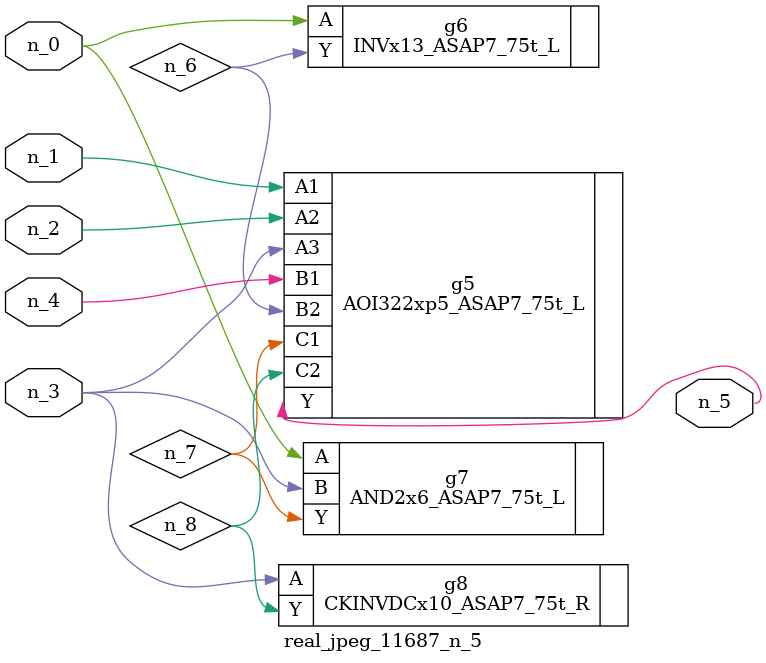
<source format=v>
module real_jpeg_11687_n_5 (n_4, n_0, n_1, n_2, n_3, n_5);

input n_4;
input n_0;
input n_1;
input n_2;
input n_3;

output n_5;

wire n_8;
wire n_6;
wire n_7;

INVx13_ASAP7_75t_L g6 ( 
.A(n_0),
.Y(n_6)
);

AND2x6_ASAP7_75t_L g7 ( 
.A(n_0),
.B(n_3),
.Y(n_7)
);

AOI322xp5_ASAP7_75t_L g5 ( 
.A1(n_1),
.A2(n_2),
.A3(n_3),
.B1(n_4),
.B2(n_6),
.C1(n_7),
.C2(n_8),
.Y(n_5)
);

CKINVDCx10_ASAP7_75t_R g8 ( 
.A(n_3),
.Y(n_8)
);


endmodule
</source>
